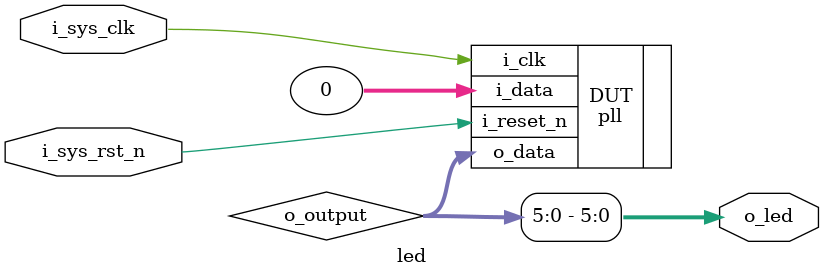
<source format=v>
module led (
    input   wire            i_sys_clk,          // clk input
    input   wire            i_sys_rst_n,        // reset input
    output  wire     [5:0]   o_led    // 6 LEDS pin
);

// module pll(
//     input   wire    [0:0]   i_clk,
//     input   wire    [0:0]   i_reset_n,
//     input   wire    [7:0]   i_data,
//     output  reg     [7:0]   o_data
// );
wire [7:0] o_output;
pll DUT(
    .i_clk(i_sys_clk),
    .i_reset_n(i_sys_rst_n),
    .i_data('h00),  // Example input data, modify as needed
    .o_data(o_output)   // Connect output to LED pins
);
assign o_led = o_output[5:0]; // Assign the first 6 bits to the LED output    

endmodule

</source>
